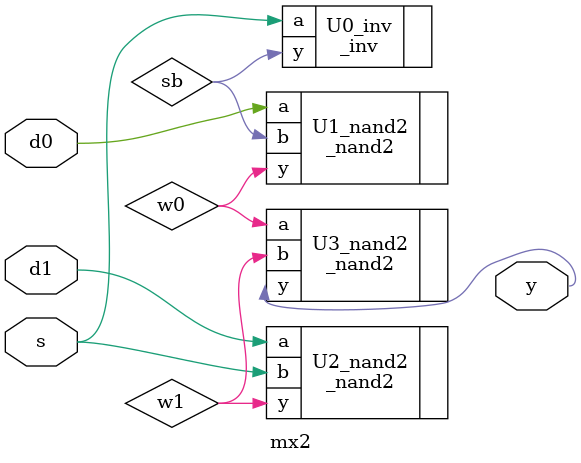
<source format=v>
module mx2(d0, d1, s, y); // 1 bit 2-to-1 Multiplexer
    input d0, d1;
    input s; // selection signal
    output y;
    wire sb, w0, w1;

    _inv U0_inv(.a(s), .y(sb)); // inverter
    _nand2 U1_nand2(.a(d0), .b(sb), .y(w0)); // nand gate
    _nand2 U2_nand2(.a(d1), .b(s), .y(w1));
    _nand2 U3_nand2(.a(w0), .b(w1), .y(y));

endmodule
</source>
